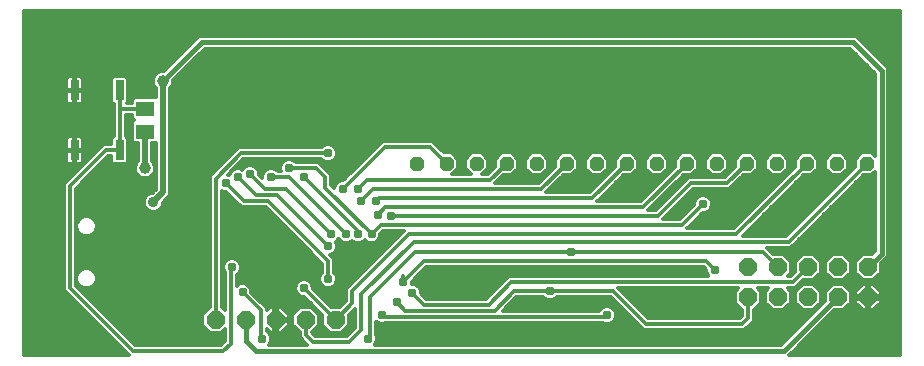
<source format=gbl>
G75*
G70*
%OFA0B0*%
%FSLAX24Y24*%
%IPPOS*%
%LPD*%
%AMOC8*
5,1,8,0,0,1.08239X$1,22.5*
%
%ADD10OC8,0.0480*%
%ADD11OC8,0.0600*%
%ADD12R,0.0300X0.0650*%
%ADD13R,0.0591X0.0512*%
%ADD14C,0.0120*%
%ADD15C,0.0310*%
%ADD16C,0.0360*%
%ADD17C,0.0160*%
%ADD18C,0.0396*%
%ADD19C,0.0200*%
D10*
X013482Y008798D03*
X014482Y008798D03*
X015482Y008798D03*
X016482Y008798D03*
X017482Y008798D03*
X018482Y008798D03*
X019482Y008798D03*
X020482Y008798D03*
X021482Y008798D03*
X022482Y008798D03*
X023482Y008798D03*
X024482Y008798D03*
X025482Y008798D03*
X026482Y008798D03*
X027482Y008798D03*
X028482Y008798D03*
D11*
X028532Y005348D03*
X027532Y005348D03*
X026532Y005348D03*
X025532Y005348D03*
X024532Y005348D03*
X024532Y004348D03*
X025532Y004348D03*
X026532Y004348D03*
X027532Y004348D03*
X028532Y004348D03*
X010782Y003598D03*
X009782Y003598D03*
X008782Y003598D03*
X007782Y003598D03*
X006782Y003598D03*
D12*
X003582Y009248D03*
X002082Y009248D03*
X002082Y011248D03*
X003582Y011248D03*
D13*
X004432Y010622D03*
X004432Y009874D03*
D14*
X000392Y013899D02*
X000392Y002408D01*
X003889Y002408D01*
X001849Y004448D01*
X001732Y004565D01*
X001732Y007965D01*
X001732Y008130D01*
X003049Y009448D01*
X003215Y009448D01*
X003292Y009448D01*
X003292Y009631D01*
X003374Y009713D01*
X003382Y009713D01*
X003382Y010565D01*
X003382Y010730D01*
X003382Y010783D01*
X003374Y010783D01*
X002251Y010783D01*
X002250Y010783D02*
X002286Y010792D01*
X002318Y010811D01*
X002344Y010837D01*
X002362Y010869D01*
X002372Y010904D01*
X002372Y011232D01*
X002097Y011232D01*
X002097Y010783D01*
X002067Y010783D01*
X001913Y010783D01*
X000392Y010783D01*
X000392Y010901D02*
X001793Y010901D01*
X001792Y010904D02*
X001801Y010869D01*
X001820Y010837D01*
X001846Y010811D01*
X001878Y010792D01*
X001913Y010783D01*
X002067Y010783D02*
X002067Y011232D01*
X002097Y011232D01*
X002097Y011263D01*
X002067Y011263D01*
X002067Y011713D01*
X001913Y011713D01*
X001878Y011703D01*
X001846Y011685D01*
X001820Y011659D01*
X001801Y011627D01*
X001792Y011591D01*
X001792Y011263D01*
X002067Y011263D01*
X002067Y011232D01*
X001792Y011232D01*
X001792Y010904D01*
X001792Y011020D02*
X000392Y011020D01*
X000392Y011138D02*
X001792Y011138D01*
X001792Y011375D02*
X000392Y011375D01*
X000392Y011257D02*
X002067Y011257D01*
X002097Y011257D02*
X003292Y011257D01*
X003292Y011375D02*
X002372Y011375D01*
X002372Y011263D02*
X002372Y011591D01*
X002362Y011627D01*
X002344Y011659D01*
X002318Y011685D01*
X002286Y011703D01*
X002250Y011713D01*
X002097Y011713D01*
X002097Y011263D01*
X002372Y011263D01*
X002372Y011138D02*
X003292Y011138D01*
X003292Y011020D02*
X002372Y011020D01*
X002371Y010901D02*
X003292Y010901D01*
X003292Y010865D02*
X003374Y010783D01*
X003292Y010865D02*
X003292Y011631D01*
X003374Y011713D01*
X003790Y011713D01*
X003872Y011631D01*
X003872Y010865D01*
X003829Y010822D01*
X003997Y010822D01*
X003997Y010935D01*
X004079Y011017D01*
X004785Y011017D01*
X004792Y011011D01*
X004792Y011309D01*
X004745Y011356D01*
X004694Y011480D01*
X004694Y011615D01*
X004745Y011739D01*
X004840Y011834D01*
X004965Y011886D01*
X005059Y011886D01*
X006241Y013068D01*
X006423Y013068D01*
X028123Y013068D01*
X028252Y012939D01*
X029073Y012118D01*
X029202Y011989D01*
X029202Y005889D01*
X029202Y005706D01*
X028972Y005476D01*
X028972Y005165D01*
X028714Y004908D01*
X028350Y004908D01*
X028092Y005165D01*
X028092Y005530D01*
X028350Y005788D01*
X028661Y005788D01*
X028762Y005889D01*
X028762Y008540D01*
X028639Y008418D01*
X028385Y008418D01*
X026082Y006115D01*
X025965Y005998D01*
X025165Y005998D01*
X025232Y005930D01*
X025375Y005788D01*
X025714Y005788D01*
X025972Y005530D01*
X025972Y005165D01*
X025854Y005048D01*
X025949Y005048D01*
X026092Y005190D01*
X026092Y005530D01*
X026350Y005788D01*
X026714Y005788D01*
X026972Y005530D01*
X026972Y005165D01*
X026714Y004908D01*
X026375Y004908D01*
X026115Y004648D01*
X025949Y004648D01*
X025854Y004648D01*
X025972Y004530D01*
X025972Y004165D01*
X025714Y003908D01*
X025350Y003908D01*
X025092Y004165D01*
X025092Y004530D01*
X025210Y004648D01*
X024854Y004648D01*
X024972Y004530D01*
X024972Y004165D01*
X024732Y003925D01*
X024732Y003730D01*
X024732Y003565D01*
X024532Y003365D01*
X024415Y003248D01*
X021215Y003248D01*
X021049Y003248D01*
X019949Y004348D01*
X018149Y004348D01*
X018099Y004297D01*
X017990Y004253D01*
X017873Y004253D01*
X017765Y004297D01*
X017715Y004348D01*
X016815Y004348D01*
X016365Y003898D01*
X019575Y003898D01*
X019582Y003915D01*
X019665Y003998D01*
X019773Y004043D01*
X019890Y004043D01*
X019999Y003998D01*
X020082Y003915D01*
X020127Y003806D01*
X020127Y003689D01*
X020082Y003580D01*
X019999Y003497D01*
X019890Y003453D01*
X019773Y003453D01*
X019665Y003497D01*
X019665Y003498D01*
X012456Y003498D01*
X012378Y003465D01*
X012261Y003465D01*
X012152Y003510D01*
X012132Y003530D01*
X012132Y003110D01*
X012132Y003077D01*
X025951Y003077D01*
X026069Y003196D02*
X012132Y003196D01*
X012132Y003314D02*
X020982Y003314D01*
X020864Y003433D02*
X012132Y003433D01*
X012382Y003698D02*
X019782Y003698D01*
X019832Y003748D01*
X020119Y003670D02*
X020626Y003670D01*
X020508Y003789D02*
X020127Y003789D01*
X020085Y003907D02*
X020389Y003907D01*
X020271Y004026D02*
X019931Y004026D01*
X019733Y004026D02*
X016493Y004026D01*
X016611Y004144D02*
X020152Y004144D01*
X020034Y004263D02*
X018015Y004263D01*
X017848Y004263D02*
X016730Y004263D01*
X016732Y004548D02*
X016082Y003898D01*
X013109Y003898D01*
X012832Y004175D01*
X013332Y004498D02*
X013732Y004098D01*
X015882Y004098D01*
X016632Y004848D01*
X026032Y004848D01*
X026532Y005348D01*
X026092Y005330D02*
X025972Y005330D01*
X025972Y005448D02*
X026092Y005448D01*
X026129Y005567D02*
X025935Y005567D01*
X025816Y005685D02*
X026247Y005685D01*
X026816Y005685D02*
X027247Y005685D01*
X027350Y005788D02*
X027092Y005530D01*
X027092Y005165D01*
X027350Y004908D01*
X027714Y004908D01*
X027972Y005165D01*
X027972Y005530D01*
X027714Y005788D01*
X027350Y005788D01*
X027129Y005567D02*
X026935Y005567D01*
X026972Y005448D02*
X027092Y005448D01*
X027092Y005330D02*
X026972Y005330D01*
X026972Y005211D02*
X027092Y005211D01*
X027165Y005093D02*
X026899Y005093D01*
X026781Y004974D02*
X027283Y004974D01*
X027350Y004788D02*
X027092Y004530D01*
X027092Y004219D01*
X025641Y002768D01*
X012089Y002768D01*
X012112Y002790D01*
X012157Y002899D01*
X012157Y003016D01*
X012132Y003077D01*
X012157Y002959D02*
X025832Y002959D01*
X025713Y002840D02*
X012132Y002840D01*
X011932Y003028D02*
X011862Y002958D01*
X011932Y003028D02*
X011932Y004348D01*
X013432Y005848D01*
X018632Y005848D01*
X025032Y005848D01*
X025532Y005348D01*
X025972Y005211D02*
X026092Y005211D01*
X025994Y005093D02*
X025899Y005093D01*
X026323Y004856D02*
X029599Y004856D01*
X029599Y004974D02*
X028781Y004974D01*
X028899Y005093D02*
X029599Y005093D01*
X029599Y005211D02*
X028972Y005211D01*
X028972Y005330D02*
X029599Y005330D01*
X029599Y005448D02*
X028972Y005448D01*
X029062Y005567D02*
X029599Y005567D01*
X029599Y005685D02*
X029181Y005685D01*
X029202Y005804D02*
X029599Y005804D01*
X029599Y005922D02*
X029202Y005922D01*
X029202Y006041D02*
X029599Y006041D01*
X029599Y006159D02*
X029202Y006159D01*
X029202Y006278D02*
X029599Y006278D01*
X029599Y006397D02*
X029202Y006397D01*
X029202Y006515D02*
X029599Y006515D01*
X029599Y006634D02*
X029202Y006634D01*
X029202Y006752D02*
X029599Y006752D01*
X029599Y006871D02*
X029202Y006871D01*
X029202Y006989D02*
X029599Y006989D01*
X029599Y007108D02*
X029202Y007108D01*
X029202Y007226D02*
X029599Y007226D01*
X029599Y007345D02*
X029202Y007345D01*
X029202Y007463D02*
X029599Y007463D01*
X029599Y007582D02*
X029202Y007582D01*
X029202Y007701D02*
X029599Y007701D01*
X029599Y007819D02*
X029202Y007819D01*
X029202Y007938D02*
X029599Y007938D01*
X029599Y008056D02*
X029202Y008056D01*
X029202Y008175D02*
X029599Y008175D01*
X029599Y008293D02*
X029202Y008293D01*
X029202Y008412D02*
X029599Y008412D01*
X029599Y008530D02*
X029202Y008530D01*
X029202Y008649D02*
X029599Y008649D01*
X029599Y008767D02*
X029202Y008767D01*
X029202Y008886D02*
X029599Y008886D01*
X029599Y009005D02*
X029202Y009005D01*
X029202Y009123D02*
X029599Y009123D01*
X029599Y009242D02*
X029202Y009242D01*
X029202Y009360D02*
X029599Y009360D01*
X029599Y009479D02*
X029202Y009479D01*
X029202Y009597D02*
X029599Y009597D01*
X029599Y009716D02*
X029202Y009716D01*
X029202Y009834D02*
X029599Y009834D01*
X029599Y009953D02*
X029202Y009953D01*
X029202Y010071D02*
X029599Y010071D01*
X029599Y010190D02*
X029202Y010190D01*
X029202Y010309D02*
X029599Y010309D01*
X029599Y010427D02*
X029202Y010427D01*
X029202Y010546D02*
X029599Y010546D01*
X029599Y010664D02*
X029202Y010664D01*
X029202Y010783D02*
X029599Y010783D01*
X029599Y010901D02*
X029202Y010901D01*
X029202Y011020D02*
X029599Y011020D01*
X029599Y011138D02*
X029202Y011138D01*
X029202Y011257D02*
X029599Y011257D01*
X029599Y011375D02*
X029202Y011375D01*
X029202Y011494D02*
X029599Y011494D01*
X029599Y011612D02*
X029202Y011612D01*
X029202Y011731D02*
X029599Y011731D01*
X029599Y011850D02*
X029202Y011850D01*
X029202Y011968D02*
X029599Y011968D01*
X029599Y012087D02*
X029104Y012087D01*
X028985Y012205D02*
X029599Y012205D01*
X029599Y012324D02*
X028867Y012324D01*
X028748Y012442D02*
X029599Y012442D01*
X029599Y012561D02*
X028630Y012561D01*
X028511Y012679D02*
X029599Y012679D01*
X029599Y012798D02*
X028393Y012798D01*
X028274Y012916D02*
X029599Y012916D01*
X029599Y013035D02*
X028155Y013035D01*
X027941Y012628D02*
X028762Y011806D01*
X028762Y009055D01*
X028639Y009178D01*
X028324Y009178D01*
X028102Y008955D01*
X028102Y008700D01*
X025799Y006398D01*
X024365Y006398D01*
X026385Y008418D01*
X026639Y008418D01*
X026862Y008640D01*
X026862Y008955D01*
X026639Y009178D01*
X026324Y009178D01*
X026102Y008955D01*
X026102Y008700D01*
X024049Y006648D01*
X022515Y006648D01*
X022532Y006665D01*
X023020Y007153D01*
X023090Y007153D01*
X023199Y007197D01*
X023282Y007280D01*
X023327Y007389D01*
X023327Y007506D01*
X023282Y007615D01*
X023199Y007698D01*
X023090Y007743D01*
X022973Y007743D01*
X022865Y007698D01*
X022782Y007615D01*
X022737Y007506D01*
X022737Y007435D01*
X022249Y006948D01*
X021715Y006948D01*
X022715Y007948D01*
X023749Y007948D01*
X023915Y007948D01*
X024385Y008418D01*
X024639Y008418D01*
X024862Y008640D01*
X024862Y008955D01*
X024639Y009178D01*
X024324Y009178D01*
X024102Y008955D01*
X024102Y008700D01*
X023749Y008348D01*
X022715Y008348D01*
X022549Y008348D01*
X021449Y007248D01*
X021215Y007248D01*
X022385Y008418D01*
X022639Y008418D01*
X022862Y008640D01*
X022862Y008955D01*
X022639Y009178D01*
X022324Y009178D01*
X022102Y008955D01*
X022102Y008700D01*
X020949Y007548D01*
X019515Y007548D01*
X019532Y007565D01*
X020385Y008418D01*
X020639Y008418D01*
X020862Y008640D01*
X020862Y008955D01*
X020639Y009178D01*
X020324Y009178D01*
X020102Y008955D01*
X020102Y008700D01*
X019249Y007848D01*
X017815Y007848D01*
X018385Y008418D01*
X018639Y008418D01*
X018862Y008640D01*
X018862Y008955D01*
X018639Y009178D01*
X018324Y009178D01*
X018102Y008955D01*
X018102Y008700D01*
X017549Y008148D01*
X016115Y008148D01*
X016385Y008418D01*
X016639Y008418D01*
X016862Y008640D01*
X016862Y008955D01*
X016639Y009178D01*
X016324Y009178D01*
X016102Y008955D01*
X016102Y008700D01*
X015849Y008448D01*
X015669Y008448D01*
X015862Y008640D01*
X015862Y008955D01*
X015639Y009178D01*
X015324Y009178D01*
X015102Y008955D01*
X015102Y008640D01*
X015294Y008448D01*
X014669Y008448D01*
X014862Y008640D01*
X014862Y008955D01*
X014639Y009178D01*
X014385Y009178D01*
X014132Y009430D01*
X014015Y009548D01*
X012515Y009548D01*
X012349Y009548D01*
X011044Y008243D01*
X010973Y008243D01*
X010865Y008198D01*
X010782Y008115D01*
X010737Y008006D01*
X010737Y007975D01*
X010632Y008080D01*
X010632Y008430D01*
X010515Y008548D01*
X010215Y008848D01*
X010049Y008848D01*
X009449Y008848D01*
X009399Y008898D01*
X009290Y008943D01*
X009173Y008943D01*
X009065Y008898D01*
X008982Y008815D01*
X008937Y008706D01*
X008937Y008589D01*
X008954Y008548D01*
X008849Y008548D01*
X008799Y008598D01*
X008690Y008643D01*
X008573Y008643D01*
X008465Y008598D01*
X008382Y008515D01*
X008337Y008406D01*
X008337Y008325D01*
X008227Y008435D01*
X008227Y008506D01*
X008182Y008615D01*
X008099Y008698D01*
X007990Y008743D01*
X007873Y008743D01*
X007765Y008698D01*
X007682Y008615D01*
X007678Y008606D01*
X007590Y008643D01*
X007473Y008643D01*
X007365Y008598D01*
X007282Y008515D01*
X007243Y008421D01*
X007204Y008437D01*
X007715Y008948D01*
X010315Y008948D01*
X010365Y008897D01*
X010473Y008853D01*
X010590Y008853D01*
X010699Y008897D01*
X010782Y008980D01*
X010827Y009089D01*
X010827Y009206D01*
X010782Y009315D01*
X010699Y009398D01*
X010590Y009443D01*
X010473Y009443D01*
X010365Y009398D01*
X010315Y009348D01*
X007715Y009348D01*
X007549Y009348D01*
X006699Y008498D01*
X006582Y008380D01*
X006582Y004020D01*
X006342Y003780D01*
X006342Y003415D01*
X006600Y003158D01*
X006964Y003158D01*
X007082Y003275D01*
X007082Y002880D01*
X006949Y002748D01*
X004115Y002748D01*
X002132Y004730D01*
X002132Y007965D01*
X003215Y009048D01*
X003292Y009048D01*
X003292Y008865D01*
X003374Y008783D01*
X003790Y008783D01*
X003872Y008865D01*
X003872Y009631D01*
X003790Y009713D01*
X003782Y009713D01*
X003782Y010422D01*
X003997Y010422D01*
X003997Y010308D01*
X004057Y010248D01*
X003997Y010187D01*
X003997Y009560D01*
X004079Y009478D01*
X004192Y009478D01*
X004192Y008886D01*
X003872Y008886D01*
X003872Y009005D02*
X004192Y009005D01*
X004192Y009123D02*
X003872Y009123D01*
X003872Y009242D02*
X004192Y009242D01*
X004192Y009360D02*
X003872Y009360D01*
X003872Y009479D02*
X004077Y009479D01*
X003997Y009597D02*
X003872Y009597D01*
X003782Y009716D02*
X003997Y009716D01*
X003997Y009834D02*
X003782Y009834D01*
X003782Y009953D02*
X003997Y009953D01*
X003997Y010071D02*
X003782Y010071D01*
X003782Y010190D02*
X003999Y010190D01*
X003997Y010309D02*
X003782Y010309D01*
X003382Y010309D02*
X000392Y010309D01*
X000392Y010427D02*
X003382Y010427D01*
X003382Y010546D02*
X000392Y010546D01*
X000392Y010664D02*
X003382Y010664D01*
X003582Y010648D02*
X003608Y010622D01*
X004432Y010622D01*
X003997Y010901D02*
X003872Y010901D01*
X003872Y011020D02*
X004792Y011020D01*
X004792Y011138D02*
X003872Y011138D01*
X003872Y011257D02*
X004792Y011257D01*
X004737Y011375D02*
X003872Y011375D01*
X003872Y011494D02*
X004694Y011494D01*
X004694Y011612D02*
X003872Y011612D01*
X003292Y011612D02*
X002366Y011612D01*
X002372Y011494D02*
X003292Y011494D01*
X003582Y011248D02*
X003582Y010648D01*
X003582Y009248D01*
X003132Y009248D01*
X001932Y008048D01*
X001932Y004648D01*
X004032Y002548D01*
X007032Y002548D01*
X007282Y002798D01*
X007282Y005298D01*
X007332Y005348D01*
X007609Y005448D02*
X010332Y005448D01*
X010332Y005465D02*
X010332Y005165D01*
X010282Y005115D01*
X010237Y005006D01*
X010237Y004889D01*
X010282Y004780D01*
X010365Y004697D01*
X010473Y004653D01*
X010590Y004653D01*
X010699Y004697D01*
X010782Y004780D01*
X010827Y004889D01*
X010827Y005006D01*
X010782Y005115D01*
X010732Y005165D01*
X010732Y005465D01*
X010732Y005630D01*
X010604Y005758D01*
X010699Y005797D01*
X010782Y005880D01*
X010827Y005989D01*
X010827Y006106D01*
X010790Y006194D01*
X010799Y006197D01*
X010882Y006280D01*
X010965Y006197D01*
X011073Y006153D01*
X011190Y006153D01*
X011299Y006197D01*
X011332Y006230D01*
X011365Y006197D01*
X011473Y006153D01*
X011590Y006153D01*
X011699Y006197D01*
X011757Y006255D01*
X011815Y006197D01*
X011923Y006153D01*
X012040Y006153D01*
X012149Y006197D01*
X012232Y006280D01*
X012277Y006389D01*
X012277Y006460D01*
X012365Y006548D01*
X013049Y006548D01*
X013032Y006530D01*
X011249Y004748D01*
X011132Y004630D01*
X011132Y004230D01*
X010939Y004038D01*
X010625Y004038D01*
X010027Y004635D01*
X010027Y004706D01*
X009982Y004815D01*
X009899Y004898D01*
X009790Y004943D01*
X009673Y004943D01*
X009565Y004898D01*
X009482Y004815D01*
X009437Y004706D01*
X009437Y004589D01*
X009482Y004480D01*
X009565Y004397D01*
X009673Y004353D01*
X009744Y004353D01*
X010342Y003755D01*
X010342Y003415D01*
X010600Y003158D01*
X010964Y003158D01*
X011222Y003415D01*
X011222Y003755D01*
X011432Y003965D01*
X011432Y003330D01*
X011149Y003048D01*
X010115Y003048D01*
X009984Y003178D01*
X010222Y003415D01*
X010222Y003780D01*
X009964Y004038D01*
X009600Y004038D01*
X009342Y003780D01*
X009342Y003415D01*
X009582Y003175D01*
X009582Y003015D01*
X009699Y002898D01*
X009829Y002768D01*
X008569Y002768D01*
X008592Y002790D01*
X008637Y002899D01*
X008637Y003016D01*
X008592Y003125D01*
X008509Y003208D01*
X008482Y003219D01*
X008482Y003275D01*
X008600Y003158D01*
X008742Y003158D01*
X008742Y003557D01*
X008822Y003557D01*
X008822Y003158D01*
X008964Y003158D01*
X009222Y003415D01*
X009222Y003557D01*
X008822Y003557D01*
X008822Y003638D01*
X008742Y003638D01*
X008742Y004038D01*
X008600Y004038D01*
X008482Y003920D01*
X008482Y004000D01*
X008365Y004118D01*
X007977Y004505D01*
X007977Y004576D01*
X007932Y004685D01*
X007849Y004768D01*
X007740Y004813D01*
X007623Y004813D01*
X007515Y004768D01*
X007482Y004735D01*
X007482Y005090D01*
X007499Y005097D01*
X007582Y005180D01*
X007627Y005289D01*
X007627Y005406D01*
X007582Y005515D01*
X007499Y005598D01*
X007390Y005643D01*
X007273Y005643D01*
X007165Y005598D01*
X007082Y005515D01*
X007037Y005406D01*
X007037Y005289D01*
X007082Y005180D01*
X007082Y003920D01*
X006982Y004020D01*
X006982Y007890D01*
X007073Y007853D01*
X007144Y007853D01*
X007532Y007465D01*
X007649Y007348D01*
X008449Y007348D01*
X010332Y005465D01*
X010332Y005330D02*
X007627Y005330D01*
X007595Y005211D02*
X010332Y005211D01*
X010273Y005093D02*
X007487Y005093D01*
X007482Y004974D02*
X010237Y004974D01*
X010251Y004856D02*
X009941Y004856D01*
X010014Y004737D02*
X010325Y004737D01*
X010532Y004948D02*
X010532Y005548D01*
X008532Y007548D01*
X007732Y007548D01*
X007132Y008148D01*
X006782Y008298D02*
X006782Y003598D01*
X006342Y003552D02*
X003311Y003552D01*
X003192Y003670D02*
X006342Y003670D01*
X006351Y003789D02*
X003074Y003789D01*
X002955Y003907D02*
X006469Y003907D01*
X006582Y004026D02*
X002836Y004026D01*
X002718Y004144D02*
X006582Y004144D01*
X006582Y004263D02*
X002599Y004263D01*
X002481Y004381D02*
X006582Y004381D01*
X006582Y004500D02*
X002362Y004500D01*
X002415Y004644D02*
X002549Y004644D01*
X002673Y004696D01*
X002768Y004790D01*
X002819Y004914D01*
X002819Y005048D01*
X002768Y005172D01*
X002673Y005267D01*
X002549Y005319D01*
X002415Y005319D01*
X002291Y005267D01*
X002196Y005172D01*
X002145Y005048D01*
X002145Y004914D01*
X002196Y004790D01*
X002291Y004696D01*
X002415Y004644D01*
X002244Y004618D02*
X006582Y004618D01*
X006582Y004737D02*
X002714Y004737D01*
X002795Y004856D02*
X006582Y004856D01*
X006582Y004974D02*
X002819Y004974D01*
X002801Y005093D02*
X006582Y005093D01*
X006582Y005211D02*
X002729Y005211D01*
X002235Y005211D02*
X002132Y005211D01*
X002132Y005093D02*
X002163Y005093D01*
X002145Y004974D02*
X002132Y004974D01*
X002132Y004856D02*
X002169Y004856D01*
X002132Y004737D02*
X002249Y004737D01*
X001797Y004500D02*
X000392Y004500D01*
X000392Y004618D02*
X001732Y004618D01*
X001732Y004737D02*
X000392Y004737D01*
X000392Y004856D02*
X001732Y004856D01*
X001732Y004974D02*
X000392Y004974D01*
X000392Y005093D02*
X001732Y005093D01*
X001732Y005211D02*
X000392Y005211D01*
X000392Y005330D02*
X001732Y005330D01*
X001732Y005448D02*
X000392Y005448D01*
X000392Y005567D02*
X001732Y005567D01*
X001732Y005685D02*
X000392Y005685D01*
X000392Y005804D02*
X001732Y005804D01*
X001732Y005922D02*
X000392Y005922D01*
X000392Y006041D02*
X001732Y006041D01*
X001732Y006159D02*
X000392Y006159D01*
X000392Y006278D02*
X001732Y006278D01*
X001732Y006397D02*
X000392Y006397D01*
X000392Y006515D02*
X001732Y006515D01*
X001732Y006634D02*
X000392Y006634D01*
X000392Y006752D02*
X001732Y006752D01*
X001732Y006871D02*
X000392Y006871D01*
X000392Y006989D02*
X001732Y006989D01*
X001732Y007108D02*
X000392Y007108D01*
X000392Y007226D02*
X001732Y007226D01*
X001732Y007345D02*
X000392Y007345D01*
X000392Y007463D02*
X001732Y007463D01*
X001732Y007582D02*
X000392Y007582D01*
X000392Y007701D02*
X001732Y007701D01*
X001732Y007819D02*
X000392Y007819D01*
X000392Y007938D02*
X001732Y007938D01*
X001732Y008056D02*
X000392Y008056D01*
X000392Y008175D02*
X001776Y008175D01*
X001895Y008293D02*
X000392Y008293D01*
X000392Y008412D02*
X002013Y008412D01*
X002132Y008530D02*
X000392Y008530D01*
X000392Y008649D02*
X002250Y008649D01*
X002250Y008783D02*
X002286Y008792D01*
X002318Y008811D01*
X002344Y008837D01*
X002362Y008869D01*
X002372Y008904D01*
X002372Y009232D01*
X002097Y009232D01*
X002097Y008783D01*
X002250Y008783D01*
X002369Y008767D02*
X000392Y008767D01*
X000392Y008886D02*
X001797Y008886D01*
X001801Y008869D02*
X001820Y008837D01*
X001846Y008811D01*
X001878Y008792D01*
X001913Y008783D01*
X002067Y008783D01*
X002067Y009232D01*
X002097Y009232D01*
X002097Y009263D01*
X002067Y009263D01*
X002067Y009713D01*
X001913Y009713D01*
X001878Y009703D01*
X001846Y009685D01*
X001820Y009659D01*
X001801Y009627D01*
X001792Y009591D01*
X001792Y009263D01*
X002067Y009263D01*
X002067Y009232D01*
X001792Y009232D01*
X001792Y008904D01*
X001801Y008869D01*
X001792Y009005D02*
X000392Y009005D01*
X000392Y009123D02*
X001792Y009123D01*
X001792Y009360D02*
X000392Y009360D01*
X000392Y009242D02*
X002067Y009242D01*
X002097Y009242D02*
X002843Y009242D01*
X002962Y009360D02*
X002372Y009360D01*
X002372Y009263D02*
X002372Y009591D01*
X002362Y009627D01*
X002344Y009659D01*
X002318Y009685D01*
X002286Y009703D01*
X002250Y009713D01*
X002097Y009713D01*
X002097Y009263D01*
X002372Y009263D01*
X002372Y009123D02*
X002724Y009123D01*
X002606Y009005D02*
X002372Y009005D01*
X002367Y008886D02*
X002487Y008886D01*
X002097Y008886D02*
X002067Y008886D01*
X002067Y009005D02*
X002097Y009005D01*
X002097Y009123D02*
X002067Y009123D01*
X002067Y009360D02*
X002097Y009360D01*
X002097Y009479D02*
X002067Y009479D01*
X002067Y009597D02*
X002097Y009597D01*
X002370Y009597D02*
X003292Y009597D01*
X003292Y009479D02*
X002372Y009479D01*
X001792Y009479D02*
X000392Y009479D01*
X000392Y009597D02*
X001794Y009597D01*
X000392Y009716D02*
X003382Y009716D01*
X003382Y009834D02*
X000392Y009834D01*
X000392Y009953D02*
X003382Y009953D01*
X003382Y010071D02*
X000392Y010071D01*
X000392Y010190D02*
X003382Y010190D01*
X002250Y010783D02*
X002097Y010783D01*
X002097Y010901D02*
X002067Y010901D01*
X002067Y011020D02*
X002097Y011020D01*
X002097Y011138D02*
X002067Y011138D01*
X002067Y011375D02*
X002097Y011375D01*
X002097Y011494D02*
X002067Y011494D01*
X002067Y011612D02*
X002097Y011612D01*
X001798Y011612D02*
X000392Y011612D01*
X000392Y011494D02*
X001792Y011494D01*
X000392Y011731D02*
X004742Y011731D01*
X004877Y011850D02*
X000392Y011850D01*
X000392Y011968D02*
X005141Y011968D01*
X005260Y012087D02*
X000392Y012087D01*
X000392Y012205D02*
X005378Y012205D01*
X005497Y012324D02*
X000392Y012324D01*
X000392Y012442D02*
X005615Y012442D01*
X005734Y012561D02*
X000392Y012561D01*
X000392Y012679D02*
X005853Y012679D01*
X005971Y012798D02*
X000392Y012798D01*
X000392Y012916D02*
X006090Y012916D01*
X006208Y013035D02*
X000392Y013035D01*
X000392Y013154D02*
X029599Y013154D01*
X029599Y013272D02*
X000392Y013272D01*
X000392Y013391D02*
X029599Y013391D01*
X029599Y013509D02*
X000392Y013509D01*
X000392Y013628D02*
X029599Y013628D01*
X029599Y013746D02*
X000392Y013746D01*
X000392Y013865D02*
X029599Y013865D01*
X029599Y013899D02*
X029599Y002408D01*
X025903Y002408D01*
X025952Y002456D01*
X027403Y003908D01*
X027714Y003908D01*
X027972Y004165D01*
X027972Y004530D01*
X027714Y004788D01*
X027350Y004788D01*
X027299Y004737D02*
X026765Y004737D01*
X026714Y004788D02*
X026350Y004788D01*
X026092Y004530D01*
X026092Y004165D01*
X026350Y003908D01*
X026714Y003908D01*
X026972Y004165D01*
X026972Y004530D01*
X026714Y004788D01*
X026883Y004618D02*
X027180Y004618D01*
X027092Y004500D02*
X026972Y004500D01*
X026972Y004381D02*
X027092Y004381D01*
X027092Y004263D02*
X026972Y004263D01*
X026951Y004144D02*
X027017Y004144D01*
X026899Y004026D02*
X026832Y004026D01*
X026780Y003907D02*
X024732Y003907D01*
X024732Y003789D02*
X026662Y003789D01*
X026543Y003670D02*
X024732Y003670D01*
X024719Y003552D02*
X026425Y003552D01*
X026306Y003433D02*
X024600Y003433D01*
X024482Y003314D02*
X026188Y003314D01*
X026573Y003077D02*
X029599Y003077D01*
X029599Y002959D02*
X026454Y002959D01*
X026336Y002840D02*
X029599Y002840D01*
X029599Y002722D02*
X026217Y002722D01*
X026099Y002603D02*
X029599Y002603D01*
X029599Y002485D02*
X025980Y002485D01*
X026691Y003196D02*
X029599Y003196D01*
X029599Y003314D02*
X026810Y003314D01*
X026928Y003433D02*
X029599Y003433D01*
X029599Y003552D02*
X027047Y003552D01*
X027165Y003670D02*
X029599Y003670D01*
X029599Y003789D02*
X027284Y003789D01*
X027403Y003907D02*
X029599Y003907D01*
X029599Y004026D02*
X028832Y004026D01*
X028714Y003908D02*
X028972Y004165D01*
X028972Y004307D01*
X028572Y004307D01*
X028572Y003908D01*
X028714Y003908D01*
X028572Y004026D02*
X028492Y004026D01*
X028492Y004144D02*
X028572Y004144D01*
X028572Y004263D02*
X028492Y004263D01*
X028492Y004307D02*
X028572Y004307D01*
X028572Y004388D01*
X028492Y004388D01*
X028492Y004788D01*
X028350Y004788D01*
X028092Y004530D01*
X028092Y004388D01*
X028492Y004388D01*
X028492Y004307D01*
X028492Y003908D01*
X028350Y003908D01*
X028092Y004165D01*
X028092Y004307D01*
X028492Y004307D01*
X028492Y004381D02*
X027972Y004381D01*
X027972Y004263D02*
X028092Y004263D01*
X028113Y004144D02*
X027951Y004144D01*
X027832Y004026D02*
X028231Y004026D01*
X028572Y004381D02*
X029599Y004381D01*
X029599Y004263D02*
X028972Y004263D01*
X028951Y004144D02*
X029599Y004144D01*
X029599Y004500D02*
X028972Y004500D01*
X028972Y004530D02*
X028714Y004788D01*
X028572Y004788D01*
X028572Y004388D01*
X028972Y004388D01*
X028972Y004530D01*
X028883Y004618D02*
X029599Y004618D01*
X029599Y004737D02*
X028765Y004737D01*
X028572Y004737D02*
X028492Y004737D01*
X028492Y004618D02*
X028572Y004618D01*
X028572Y004500D02*
X028492Y004500D01*
X028180Y004618D02*
X027883Y004618D01*
X027972Y004500D02*
X028092Y004500D01*
X028299Y004737D02*
X027765Y004737D01*
X027781Y004974D02*
X028283Y004974D01*
X028165Y005093D02*
X027899Y005093D01*
X027972Y005211D02*
X028092Y005211D01*
X028092Y005330D02*
X027972Y005330D01*
X027972Y005448D02*
X028092Y005448D01*
X028129Y005567D02*
X027935Y005567D01*
X027816Y005685D02*
X028247Y005685D01*
X028677Y005804D02*
X025358Y005804D01*
X025240Y005922D02*
X028762Y005922D01*
X028762Y006041D02*
X026008Y006041D01*
X026127Y006159D02*
X028762Y006159D01*
X028762Y006278D02*
X026245Y006278D01*
X026364Y006397D02*
X028762Y006397D01*
X028762Y006515D02*
X026482Y006515D01*
X026601Y006634D02*
X028762Y006634D01*
X028762Y006752D02*
X026719Y006752D01*
X026838Y006871D02*
X028762Y006871D01*
X028762Y006989D02*
X026956Y006989D01*
X027075Y007108D02*
X028762Y007108D01*
X028762Y007226D02*
X027193Y007226D01*
X027312Y007345D02*
X028762Y007345D01*
X028762Y007463D02*
X027431Y007463D01*
X027549Y007582D02*
X028762Y007582D01*
X028762Y007701D02*
X027668Y007701D01*
X027786Y007819D02*
X028762Y007819D01*
X028762Y007938D02*
X027905Y007938D01*
X028023Y008056D02*
X028762Y008056D01*
X028762Y008175D02*
X028142Y008175D01*
X028260Y008293D02*
X028762Y008293D01*
X028762Y008412D02*
X028379Y008412D01*
X028050Y008649D02*
X027862Y008649D01*
X027862Y008640D02*
X027639Y008418D01*
X027324Y008418D01*
X027102Y008640D01*
X027102Y008955D01*
X027324Y009178D01*
X027639Y009178D01*
X027862Y008955D01*
X027862Y008640D01*
X027862Y008767D02*
X028102Y008767D01*
X028102Y008886D02*
X027862Y008886D01*
X027812Y009005D02*
X028151Y009005D01*
X028270Y009123D02*
X027694Y009123D01*
X027270Y009123D02*
X026694Y009123D01*
X026812Y009005D02*
X027151Y009005D01*
X027102Y008886D02*
X026862Y008886D01*
X026862Y008767D02*
X027102Y008767D01*
X027102Y008649D02*
X026862Y008649D01*
X026752Y008530D02*
X027212Y008530D01*
X027576Y008175D02*
X026142Y008175D01*
X026260Y008293D02*
X027695Y008293D01*
X027813Y008412D02*
X026379Y008412D01*
X026050Y008649D02*
X025862Y008649D01*
X025862Y008640D02*
X025639Y008418D01*
X025324Y008418D01*
X025102Y008640D01*
X025102Y008955D01*
X025324Y009178D01*
X025639Y009178D01*
X025862Y008955D01*
X025862Y008640D01*
X025862Y008767D02*
X026102Y008767D01*
X026102Y008886D02*
X025862Y008886D01*
X025812Y009005D02*
X026151Y009005D01*
X026270Y009123D02*
X025694Y009123D01*
X025270Y009123D02*
X024694Y009123D01*
X024812Y009005D02*
X025151Y009005D01*
X025102Y008886D02*
X024862Y008886D01*
X024862Y008767D02*
X025102Y008767D01*
X025102Y008649D02*
X024862Y008649D01*
X024752Y008530D02*
X025212Y008530D01*
X025695Y008293D02*
X024260Y008293D01*
X024142Y008175D02*
X025576Y008175D01*
X025458Y008056D02*
X024023Y008056D01*
X023832Y008148D02*
X024482Y008798D01*
X024102Y008767D02*
X023862Y008767D01*
X023862Y008649D02*
X024050Y008649D01*
X023932Y008530D02*
X023752Y008530D01*
X023813Y008412D02*
X022379Y008412D01*
X022495Y008293D02*
X022260Y008293D01*
X022376Y008175D02*
X022142Y008175D01*
X022258Y008056D02*
X022023Y008056D01*
X022139Y007938D02*
X021905Y007938D01*
X022021Y007819D02*
X021786Y007819D01*
X021902Y007701D02*
X021668Y007701D01*
X021783Y007582D02*
X021549Y007582D01*
X021665Y007463D02*
X021431Y007463D01*
X021546Y007345D02*
X021312Y007345D01*
X021032Y007348D02*
X022482Y008798D01*
X022862Y008767D02*
X023102Y008767D01*
X023102Y008649D02*
X022862Y008649D01*
X022752Y008530D02*
X023212Y008530D01*
X023102Y008640D02*
X023324Y008418D01*
X023639Y008418D01*
X023862Y008640D01*
X023862Y008955D01*
X023639Y009178D01*
X023324Y009178D01*
X023102Y008955D01*
X023102Y008640D01*
X023102Y008886D02*
X022862Y008886D01*
X022812Y009005D02*
X023151Y009005D01*
X023270Y009123D02*
X022694Y009123D01*
X022270Y009123D02*
X021694Y009123D01*
X021639Y009178D02*
X021324Y009178D01*
X021102Y008955D01*
X021102Y008640D01*
X021324Y008418D01*
X021639Y008418D01*
X021862Y008640D01*
X021862Y008955D01*
X021639Y009178D01*
X021812Y009005D02*
X022151Y009005D01*
X022102Y008886D02*
X021862Y008886D01*
X021862Y008767D02*
X022102Y008767D01*
X022050Y008649D02*
X021862Y008649D01*
X021932Y008530D02*
X021752Y008530D01*
X021813Y008412D02*
X020379Y008412D01*
X020260Y008293D02*
X021695Y008293D01*
X021576Y008175D02*
X020142Y008175D01*
X020023Y008056D02*
X021458Y008056D01*
X021339Y007938D02*
X019905Y007938D01*
X019786Y007819D02*
X021221Y007819D01*
X021102Y007701D02*
X019668Y007701D01*
X019549Y007582D02*
X020983Y007582D01*
X021032Y007348D02*
X012432Y007348D01*
X012182Y007098D01*
X012282Y006748D02*
X011982Y006448D01*
X010432Y007998D01*
X010432Y008348D01*
X010132Y008648D01*
X009232Y008648D01*
X008962Y008767D02*
X007535Y008767D01*
X007653Y008886D02*
X009053Y008886D01*
X009411Y008886D02*
X010392Y008886D01*
X010295Y008767D02*
X011569Y008767D01*
X011450Y008649D02*
X010413Y008649D01*
X010532Y008530D02*
X011332Y008530D01*
X011213Y008412D02*
X010632Y008412D01*
X010632Y008293D02*
X011095Y008293D01*
X010842Y008175D02*
X010632Y008175D01*
X010656Y008056D02*
X010758Y008056D01*
X011032Y007948D02*
X012432Y009348D01*
X013932Y009348D01*
X014482Y008798D01*
X014862Y008767D02*
X015102Y008767D01*
X015102Y008649D02*
X014862Y008649D01*
X014752Y008530D02*
X015212Y008530D01*
X015752Y008530D02*
X015932Y008530D01*
X015862Y008649D02*
X016050Y008649D01*
X016102Y008767D02*
X015862Y008767D01*
X015862Y008886D02*
X016102Y008886D01*
X016151Y009005D02*
X015812Y009005D01*
X015694Y009123D02*
X016270Y009123D01*
X016694Y009123D02*
X017270Y009123D01*
X017324Y009178D02*
X017102Y008955D01*
X017102Y008640D01*
X017324Y008418D01*
X017639Y008418D01*
X017862Y008640D01*
X017862Y008955D01*
X017639Y009178D01*
X017324Y009178D01*
X017151Y009005D02*
X016812Y009005D01*
X016862Y008886D02*
X017102Y008886D01*
X017102Y008767D02*
X016862Y008767D01*
X016862Y008649D02*
X017102Y008649D01*
X017212Y008530D02*
X016752Y008530D01*
X016379Y008412D02*
X017813Y008412D01*
X017752Y008530D02*
X017932Y008530D01*
X017862Y008649D02*
X018050Y008649D01*
X018102Y008767D02*
X017862Y008767D01*
X017862Y008886D02*
X018102Y008886D01*
X018151Y009005D02*
X017812Y009005D01*
X017694Y009123D02*
X018270Y009123D01*
X018694Y009123D02*
X019270Y009123D01*
X019324Y009178D02*
X019102Y008955D01*
X019102Y008640D01*
X019324Y008418D01*
X019639Y008418D01*
X019862Y008640D01*
X019862Y008955D01*
X019639Y009178D01*
X019324Y009178D01*
X019151Y009005D02*
X018812Y009005D01*
X018862Y008886D02*
X019102Y008886D01*
X019102Y008767D02*
X018862Y008767D01*
X018862Y008649D02*
X019102Y008649D01*
X019212Y008530D02*
X018752Y008530D01*
X018379Y008412D02*
X019813Y008412D01*
X019752Y008530D02*
X019932Y008530D01*
X019862Y008649D02*
X020050Y008649D01*
X020102Y008767D02*
X019862Y008767D01*
X019862Y008886D02*
X020102Y008886D01*
X020151Y009005D02*
X019812Y009005D01*
X019694Y009123D02*
X020270Y009123D01*
X020694Y009123D02*
X021270Y009123D01*
X021151Y009005D02*
X020812Y009005D01*
X020862Y008886D02*
X021102Y008886D01*
X021102Y008767D02*
X020862Y008767D01*
X020862Y008649D02*
X021102Y008649D01*
X021212Y008530D02*
X020752Y008530D01*
X020482Y008798D02*
X019332Y007648D01*
X012232Y007648D01*
X012132Y007548D01*
X012032Y007948D02*
X017632Y007948D01*
X018482Y008798D01*
X018260Y008293D02*
X019695Y008293D01*
X019576Y008175D02*
X018142Y008175D01*
X018023Y008056D02*
X019458Y008056D01*
X019339Y007938D02*
X017905Y007938D01*
X017576Y008175D02*
X016142Y008175D01*
X016260Y008293D02*
X017695Y008293D01*
X016482Y008798D02*
X015932Y008248D01*
X011832Y008248D01*
X011532Y007948D01*
X011632Y007548D02*
X012032Y007948D01*
X012632Y007048D02*
X021532Y007048D01*
X022632Y008148D01*
X023832Y008148D01*
X024379Y008412D02*
X025813Y008412D01*
X025752Y008530D02*
X025932Y008530D01*
X026482Y008798D02*
X024132Y006448D01*
X013232Y006448D01*
X011332Y004548D01*
X011332Y004148D01*
X010782Y003598D01*
X009732Y004648D01*
X009450Y004737D02*
X007880Y004737D01*
X007959Y004618D02*
X009437Y004618D01*
X009474Y004500D02*
X007982Y004500D01*
X008101Y004381D02*
X009604Y004381D01*
X009834Y004263D02*
X008219Y004263D01*
X008338Y004144D02*
X009952Y004144D01*
X009976Y004026D02*
X010071Y004026D01*
X010094Y003907D02*
X010189Y003907D01*
X010213Y003789D02*
X010308Y003789D01*
X010342Y003670D02*
X010222Y003670D01*
X010222Y003552D02*
X010342Y003552D01*
X010342Y003433D02*
X010222Y003433D01*
X010121Y003314D02*
X010443Y003314D01*
X010561Y003196D02*
X010002Y003196D01*
X010085Y003077D02*
X011179Y003077D01*
X011297Y003196D02*
X011002Y003196D01*
X011121Y003314D02*
X011416Y003314D01*
X011432Y003433D02*
X011222Y003433D01*
X011222Y003552D02*
X011432Y003552D01*
X011432Y003670D02*
X011222Y003670D01*
X011256Y003789D02*
X011432Y003789D01*
X011432Y003907D02*
X011374Y003907D01*
X011046Y004144D02*
X010518Y004144D01*
X010399Y004263D02*
X011132Y004263D01*
X011132Y004381D02*
X010281Y004381D01*
X010162Y004500D02*
X011132Y004500D01*
X011132Y004618D02*
X010044Y004618D01*
X009523Y004856D02*
X007482Y004856D01*
X007482Y004737D02*
X007484Y004737D01*
X007682Y004518D02*
X008282Y003918D01*
X008282Y002998D01*
X008322Y002958D01*
X008342Y002958D01*
X008611Y003077D02*
X009582Y003077D01*
X009561Y003196D02*
X009002Y003196D01*
X009121Y003314D02*
X009443Y003314D01*
X009342Y003433D02*
X009222Y003433D01*
X009222Y003552D02*
X009342Y003552D01*
X009342Y003670D02*
X009222Y003670D01*
X009222Y003638D02*
X009222Y003780D01*
X008964Y004038D01*
X008822Y004038D01*
X008822Y003638D01*
X009222Y003638D01*
X009213Y003789D02*
X009351Y003789D01*
X009469Y003907D02*
X009094Y003907D01*
X008976Y004026D02*
X009588Y004026D01*
X009782Y003598D02*
X009782Y003098D01*
X010032Y002848D01*
X011232Y002848D01*
X011632Y003248D01*
X011632Y004448D01*
X013382Y006198D01*
X025882Y006198D01*
X028482Y008798D01*
X028752Y008530D02*
X028762Y008530D01*
X027932Y008530D02*
X027752Y008530D01*
X027458Y008056D02*
X026023Y008056D01*
X025905Y007938D02*
X027339Y007938D01*
X027221Y007819D02*
X025786Y007819D01*
X025668Y007701D02*
X027102Y007701D01*
X026983Y007582D02*
X025549Y007582D01*
X025431Y007463D02*
X026865Y007463D01*
X026746Y007345D02*
X025312Y007345D01*
X025193Y007226D02*
X026628Y007226D01*
X026509Y007108D02*
X025075Y007108D01*
X024956Y006989D02*
X026391Y006989D01*
X026272Y006871D02*
X024838Y006871D01*
X024719Y006752D02*
X026154Y006752D01*
X026035Y006634D02*
X024601Y006634D01*
X024482Y006515D02*
X025917Y006515D01*
X024628Y007226D02*
X023228Y007226D01*
X023309Y007345D02*
X024746Y007345D01*
X024865Y007463D02*
X023327Y007463D01*
X023295Y007582D02*
X024983Y007582D01*
X025102Y007701D02*
X023192Y007701D01*
X022872Y007701D02*
X022468Y007701D01*
X022586Y007819D02*
X025221Y007819D01*
X025339Y007938D02*
X022705Y007938D01*
X022768Y007582D02*
X022349Y007582D01*
X022231Y007463D02*
X022737Y007463D01*
X022646Y007345D02*
X022112Y007345D01*
X021993Y007226D02*
X022528Y007226D01*
X022409Y007108D02*
X021875Y007108D01*
X021756Y006989D02*
X022291Y006989D01*
X022738Y006871D02*
X024272Y006871D01*
X024391Y006989D02*
X022856Y006989D01*
X022975Y007108D02*
X024509Y007108D01*
X024154Y006752D02*
X022619Y006752D01*
X022332Y006748D02*
X012282Y006748D01*
X012332Y006515D02*
X013017Y006515D01*
X013032Y006530D02*
X013032Y006530D01*
X012898Y006397D02*
X012277Y006397D01*
X012229Y006278D02*
X012779Y006278D01*
X012661Y006159D02*
X012057Y006159D01*
X011906Y006159D02*
X011607Y006159D01*
X011456Y006159D02*
X011207Y006159D01*
X011056Y006159D02*
X010805Y006159D01*
X010827Y006041D02*
X012542Y006041D01*
X012424Y005922D02*
X010799Y005922D01*
X010705Y005804D02*
X012305Y005804D01*
X012187Y005685D02*
X010677Y005685D01*
X010732Y005567D02*
X012068Y005567D01*
X011950Y005448D02*
X010732Y005448D01*
X010732Y005330D02*
X011831Y005330D01*
X011713Y005211D02*
X010732Y005211D01*
X010791Y005093D02*
X011594Y005093D01*
X011476Y004974D02*
X010827Y004974D01*
X010813Y004856D02*
X011357Y004856D01*
X011249Y004748D02*
X011249Y004748D01*
X011238Y004737D02*
X010738Y004737D01*
X010230Y005567D02*
X007530Y005567D01*
X007134Y005567D02*
X006982Y005567D01*
X006982Y005685D02*
X010111Y005685D01*
X009993Y005804D02*
X006982Y005804D01*
X006982Y005922D02*
X009874Y005922D01*
X009756Y006041D02*
X006982Y006041D01*
X006982Y006159D02*
X009637Y006159D01*
X009518Y006278D02*
X006982Y006278D01*
X006982Y006397D02*
X009400Y006397D01*
X009281Y006515D02*
X006982Y006515D01*
X006982Y006634D02*
X009163Y006634D01*
X009044Y006752D02*
X006982Y006752D01*
X006982Y006871D02*
X008926Y006871D01*
X008807Y006989D02*
X006982Y006989D01*
X006982Y007108D02*
X008689Y007108D01*
X008570Y007226D02*
X006982Y007226D01*
X006982Y007345D02*
X008452Y007345D01*
X008132Y007748D02*
X008832Y007748D01*
X010532Y006048D01*
X010879Y006278D02*
X010884Y006278D01*
X011132Y006448D02*
X009232Y008348D01*
X008632Y008348D01*
X008397Y008530D02*
X008217Y008530D01*
X008250Y008412D02*
X008339Y008412D01*
X008148Y008649D02*
X008937Y008649D01*
X009732Y008348D02*
X011532Y006548D01*
X011532Y006448D01*
X010632Y006448D02*
X009132Y007948D01*
X008432Y007948D01*
X007932Y008448D01*
X007716Y008649D02*
X007416Y008649D01*
X006969Y008767D02*
X005272Y008767D01*
X005272Y008649D02*
X006850Y008649D01*
X006732Y008530D02*
X005272Y008530D01*
X005272Y008412D02*
X006613Y008412D01*
X006582Y008293D02*
X005272Y008293D01*
X005272Y008175D02*
X006582Y008175D01*
X006582Y008056D02*
X005272Y008056D01*
X005272Y007938D02*
X006582Y007938D01*
X006582Y007819D02*
X005272Y007819D01*
X005272Y007800D02*
X005272Y011309D01*
X005318Y011356D01*
X005370Y011480D01*
X005370Y011575D01*
X006423Y012628D01*
X027941Y012628D01*
X028007Y012561D02*
X006356Y012561D01*
X006238Y012442D02*
X028126Y012442D01*
X028244Y012324D02*
X006119Y012324D01*
X006001Y012205D02*
X028363Y012205D01*
X028482Y012087D02*
X005882Y012087D01*
X005763Y011968D02*
X028600Y011968D01*
X028719Y011850D02*
X005645Y011850D01*
X005526Y011731D02*
X028762Y011731D01*
X028762Y011612D02*
X005408Y011612D01*
X005370Y011494D02*
X028762Y011494D01*
X028762Y011375D02*
X005326Y011375D01*
X005272Y011257D02*
X028762Y011257D01*
X028762Y011138D02*
X005272Y011138D01*
X005272Y011020D02*
X028762Y011020D01*
X028762Y010901D02*
X005272Y010901D01*
X005272Y010783D02*
X028762Y010783D01*
X028762Y010664D02*
X005272Y010664D01*
X005272Y010546D02*
X028762Y010546D01*
X028762Y010427D02*
X005272Y010427D01*
X005272Y010309D02*
X028762Y010309D01*
X028762Y010190D02*
X005272Y010190D01*
X005272Y010071D02*
X028762Y010071D01*
X028762Y009953D02*
X005272Y009953D01*
X005272Y009834D02*
X028762Y009834D01*
X028762Y009716D02*
X005272Y009716D01*
X005272Y009597D02*
X028762Y009597D01*
X028762Y009479D02*
X014083Y009479D01*
X014202Y009360D02*
X028762Y009360D01*
X028762Y009242D02*
X014321Y009242D01*
X014694Y009123D02*
X015270Y009123D01*
X015151Y009005D02*
X014812Y009005D01*
X014862Y008886D02*
X015102Y008886D01*
X012280Y009479D02*
X005272Y009479D01*
X005272Y009360D02*
X010327Y009360D01*
X010532Y009148D02*
X007632Y009148D01*
X006782Y008298D01*
X007532Y008348D02*
X008132Y007748D01*
X007533Y007463D02*
X006982Y007463D01*
X006982Y007582D02*
X007414Y007582D01*
X007296Y007701D02*
X006982Y007701D01*
X006982Y007819D02*
X007177Y007819D01*
X006582Y007701D02*
X005224Y007701D01*
X005235Y007712D02*
X005272Y007800D01*
X005235Y007712D02*
X005168Y007644D01*
X005084Y007560D01*
X005032Y007506D01*
X005032Y007454D01*
X004983Y007336D01*
X004893Y007246D01*
X004775Y007198D01*
X004648Y007198D01*
X004531Y007246D01*
X004441Y007336D01*
X004392Y007454D01*
X004392Y007581D01*
X004441Y007699D01*
X004531Y007789D01*
X004648Y007838D01*
X004685Y007838D01*
X004707Y007861D01*
X004708Y007864D01*
X004740Y007895D01*
X004771Y007928D01*
X004774Y007929D01*
X004792Y007947D01*
X004792Y009484D01*
X004785Y009478D01*
X004672Y009478D01*
X004672Y008886D01*
X004792Y008886D01*
X004718Y008839D02*
X004770Y008715D01*
X004770Y008580D01*
X004718Y008456D01*
X004623Y008361D01*
X004499Y008309D01*
X004365Y008309D01*
X004240Y008361D01*
X004145Y008456D01*
X004094Y008580D01*
X004094Y008715D01*
X004145Y008839D01*
X004192Y008886D01*
X004116Y008767D02*
X002935Y008767D01*
X003053Y008886D02*
X003292Y008886D01*
X003292Y009005D02*
X003172Y009005D01*
X002816Y008649D02*
X004094Y008649D01*
X004114Y008530D02*
X002697Y008530D01*
X002579Y008412D02*
X004189Y008412D01*
X004674Y008412D02*
X004792Y008412D01*
X004792Y008530D02*
X004749Y008530D01*
X004770Y008649D02*
X004792Y008649D01*
X004792Y008767D02*
X004748Y008767D01*
X004718Y008839D02*
X004672Y008886D01*
X004672Y009005D02*
X004792Y009005D01*
X004792Y009123D02*
X004672Y009123D01*
X004672Y009242D02*
X004792Y009242D01*
X004792Y009360D02*
X004672Y009360D01*
X004786Y009479D02*
X004792Y009479D01*
X005272Y009242D02*
X007443Y009242D01*
X007324Y009123D02*
X005272Y009123D01*
X005272Y009005D02*
X007206Y009005D01*
X007087Y008886D02*
X005272Y008886D01*
X004792Y008293D02*
X002460Y008293D01*
X002342Y008175D02*
X004792Y008175D01*
X004792Y008056D02*
X002223Y008056D01*
X002132Y007938D02*
X004782Y007938D01*
X004604Y007819D02*
X002132Y007819D01*
X002132Y007701D02*
X004442Y007701D01*
X004392Y007582D02*
X002132Y007582D01*
X002132Y007463D02*
X004392Y007463D01*
X004437Y007345D02*
X002132Y007345D01*
X002132Y007226D02*
X004579Y007226D01*
X004845Y007226D02*
X006582Y007226D01*
X006582Y007108D02*
X002132Y007108D01*
X002132Y006989D02*
X002281Y006989D01*
X002291Y006999D02*
X002196Y006905D01*
X002145Y006781D01*
X002145Y006647D01*
X002196Y006523D01*
X002291Y006428D01*
X002415Y006377D01*
X002549Y006377D01*
X002673Y006428D01*
X002768Y006523D01*
X002819Y006647D01*
X002819Y006781D01*
X002768Y006905D01*
X002673Y006999D01*
X002549Y007051D01*
X002415Y007051D01*
X002291Y006999D01*
X002182Y006871D02*
X002132Y006871D01*
X002132Y006752D02*
X002145Y006752D01*
X002132Y006634D02*
X002150Y006634D01*
X002132Y006515D02*
X002204Y006515D01*
X002132Y006397D02*
X002366Y006397D01*
X002597Y006397D02*
X006582Y006397D01*
X006582Y006515D02*
X002760Y006515D01*
X002814Y006634D02*
X006582Y006634D01*
X006582Y006752D02*
X002819Y006752D01*
X002782Y006871D02*
X006582Y006871D01*
X006582Y006989D02*
X002683Y006989D01*
X002132Y006278D02*
X006582Y006278D01*
X006582Y006159D02*
X002132Y006159D01*
X002132Y006041D02*
X006582Y006041D01*
X006582Y005922D02*
X002132Y005922D01*
X002132Y005804D02*
X006582Y005804D01*
X006582Y005685D02*
X002132Y005685D01*
X002132Y005567D02*
X006582Y005567D01*
X006582Y005448D02*
X002132Y005448D01*
X002132Y005330D02*
X006582Y005330D01*
X006982Y005330D02*
X007037Y005330D01*
X007054Y005448D02*
X006982Y005448D01*
X006982Y005211D02*
X007069Y005211D01*
X007082Y005180D02*
X007082Y005180D01*
X007082Y005093D02*
X006982Y005093D01*
X006982Y004974D02*
X007082Y004974D01*
X007082Y004856D02*
X006982Y004856D01*
X006982Y004737D02*
X007082Y004737D01*
X007082Y004618D02*
X006982Y004618D01*
X006982Y004500D02*
X007082Y004500D01*
X007082Y004381D02*
X006982Y004381D01*
X006982Y004263D02*
X007082Y004263D01*
X007082Y004144D02*
X006982Y004144D01*
X006982Y004026D02*
X007082Y004026D01*
X006342Y003433D02*
X003429Y003433D01*
X003548Y003314D02*
X006443Y003314D01*
X006561Y003196D02*
X003666Y003196D01*
X003785Y003077D02*
X007082Y003077D01*
X007082Y002959D02*
X003903Y002959D01*
X004022Y002840D02*
X007042Y002840D01*
X007002Y003196D02*
X007082Y003196D01*
X008521Y003196D02*
X008561Y003196D01*
X008742Y003196D02*
X008822Y003196D01*
X008822Y003314D02*
X008742Y003314D01*
X008742Y003433D02*
X008822Y003433D01*
X008822Y003552D02*
X008742Y003552D01*
X008742Y003670D02*
X008822Y003670D01*
X008822Y003789D02*
X008742Y003789D01*
X008742Y003907D02*
X008822Y003907D01*
X008822Y004026D02*
X008742Y004026D01*
X008588Y004026D02*
X008456Y004026D01*
X008365Y004118D02*
X008365Y004118D01*
X008637Y002959D02*
X009638Y002959D01*
X009756Y002840D02*
X008612Y002840D01*
X012319Y003760D02*
X012382Y003698D01*
X013731Y004381D02*
X015883Y004381D01*
X015799Y004298D02*
X013815Y004298D01*
X013627Y004485D01*
X013627Y004556D01*
X013582Y004665D01*
X013499Y004748D01*
X013390Y004793D01*
X013327Y004793D01*
X013327Y004860D01*
X013815Y005348D01*
X023049Y005348D01*
X023137Y005260D01*
X023137Y005189D01*
X023182Y005080D01*
X023215Y005048D01*
X016549Y005048D01*
X016432Y004930D01*
X015799Y004298D01*
X016001Y004500D02*
X013627Y004500D01*
X013601Y004618D02*
X016120Y004618D01*
X016238Y004737D02*
X013510Y004737D01*
X013327Y004856D02*
X016357Y004856D01*
X016475Y004974D02*
X013441Y004974D01*
X013560Y005093D02*
X023177Y005093D01*
X023137Y005211D02*
X013678Y005211D01*
X013797Y005330D02*
X023067Y005330D01*
X023132Y005548D02*
X023432Y005248D01*
X023132Y005548D02*
X013732Y005548D01*
X013032Y004848D01*
X013032Y005048D01*
X016374Y003907D02*
X019579Y003907D01*
X020053Y003552D02*
X020745Y003552D01*
X021132Y003448D02*
X020032Y004548D01*
X017932Y004548D01*
X016732Y004548D01*
X020215Y004648D02*
X024210Y004648D01*
X024092Y004530D01*
X024092Y004165D01*
X024332Y003925D01*
X024332Y003730D01*
X024249Y003648D01*
X021215Y003648D01*
X020232Y004630D01*
X020215Y004648D01*
X020244Y004618D02*
X024181Y004618D01*
X024092Y004500D02*
X020362Y004500D01*
X020481Y004381D02*
X024092Y004381D01*
X024092Y004263D02*
X020599Y004263D01*
X020718Y004144D02*
X024113Y004144D01*
X024231Y004026D02*
X020836Y004026D01*
X020955Y003907D02*
X024332Y003907D01*
X024332Y003789D02*
X021074Y003789D01*
X021192Y003670D02*
X024271Y003670D01*
X024332Y003448D02*
X024532Y003648D01*
X024532Y004348D01*
X024832Y004026D02*
X025231Y004026D01*
X025113Y004144D02*
X024951Y004144D01*
X024972Y004263D02*
X025092Y004263D01*
X025092Y004381D02*
X024972Y004381D01*
X024972Y004500D02*
X025092Y004500D01*
X025181Y004618D02*
X024883Y004618D01*
X025883Y004618D02*
X026180Y004618D01*
X026204Y004737D02*
X026299Y004737D01*
X026092Y004500D02*
X025972Y004500D01*
X025972Y004381D02*
X026092Y004381D01*
X026092Y004263D02*
X025972Y004263D01*
X025951Y004144D02*
X026113Y004144D01*
X026231Y004026D02*
X025832Y004026D01*
X024332Y003448D02*
X021132Y003448D01*
X022332Y006748D02*
X023032Y007448D01*
X023862Y008886D02*
X024102Y008886D01*
X024151Y009005D02*
X023812Y009005D01*
X023694Y009123D02*
X024270Y009123D01*
X028694Y009123D02*
X028762Y009123D01*
X029599Y013899D02*
X000392Y013899D01*
X010736Y009360D02*
X012162Y009360D01*
X012043Y009242D02*
X010812Y009242D01*
X010827Y009123D02*
X011924Y009123D01*
X011806Y009005D02*
X010792Y009005D01*
X010671Y008886D02*
X011687Y008886D01*
X006582Y007582D02*
X005106Y007582D01*
X005032Y007463D02*
X006582Y007463D01*
X006582Y007345D02*
X004987Y007345D01*
X001915Y004381D02*
X000392Y004381D01*
X000392Y004263D02*
X002034Y004263D01*
X002152Y004144D02*
X000392Y004144D01*
X000392Y004026D02*
X002271Y004026D01*
X002389Y003907D02*
X000392Y003907D01*
X000392Y003789D02*
X002508Y003789D01*
X002626Y003670D02*
X000392Y003670D01*
X000392Y003552D02*
X002745Y003552D01*
X002864Y003433D02*
X000392Y003433D01*
X000392Y003314D02*
X002982Y003314D01*
X003101Y003196D02*
X000392Y003196D01*
X000392Y003077D02*
X003219Y003077D01*
X003338Y002959D02*
X000392Y002959D01*
X000392Y002840D02*
X003456Y002840D01*
X003575Y002722D02*
X000392Y002722D01*
X000392Y002603D02*
X003693Y002603D01*
X003812Y002485D02*
X000392Y002485D01*
D15*
X002232Y003848D03*
X000832Y004848D03*
X002532Y005848D03*
X002932Y006948D03*
X003832Y006948D03*
X005032Y006548D03*
X007132Y007048D03*
X007632Y007048D03*
X007132Y008148D03*
X007532Y008348D03*
X007932Y008448D03*
X008632Y008348D03*
X009232Y008648D03*
X009732Y008348D03*
X011032Y007948D03*
X011532Y007948D03*
X011632Y007548D03*
X012132Y007548D03*
X012182Y007098D03*
X012632Y007048D03*
X011982Y006448D03*
X011532Y006448D03*
X011132Y006448D03*
X010632Y006448D03*
X010532Y006048D03*
X008932Y005548D03*
X007332Y005348D03*
X005832Y004848D03*
X005032Y005448D03*
X004332Y004748D03*
X007682Y004518D03*
X008832Y004648D03*
X009732Y004648D03*
X010532Y004948D03*
X012832Y004175D03*
X013332Y004498D03*
X013032Y004848D03*
X012319Y003760D03*
X011862Y002958D03*
X008342Y002958D03*
X015532Y004448D03*
X015432Y005148D03*
X017282Y004098D03*
X017882Y004098D03*
X017932Y004548D03*
X017732Y005198D03*
X018632Y005848D03*
X022382Y003998D03*
X023882Y003998D03*
X023432Y005248D03*
X019832Y003748D03*
X023032Y007448D03*
X028532Y010048D03*
X027832Y012348D03*
X017532Y012448D03*
X012832Y011048D03*
X011932Y010148D03*
X011432Y009148D03*
X010532Y009148D03*
X006532Y010448D03*
X003732Y012148D03*
X002332Y012148D03*
X000632Y011848D03*
X005132Y013048D03*
X008332Y013548D03*
X010432Y013548D03*
X001232Y008348D03*
X002632Y008248D03*
X029232Y003748D03*
D16*
X004712Y007518D03*
D17*
X007782Y003598D02*
X007782Y002898D01*
X008132Y002548D01*
X025732Y002548D01*
X027532Y004348D01*
X028532Y005348D02*
X028982Y005798D01*
X028982Y011898D01*
X028032Y012848D01*
X006332Y012848D01*
X005032Y011548D01*
D18*
X005032Y011548D03*
X004432Y008648D03*
D19*
X004432Y009874D01*
X005032Y011548D02*
X005032Y007848D01*
X004912Y007728D01*
X004712Y007518D01*
M02*

</source>
